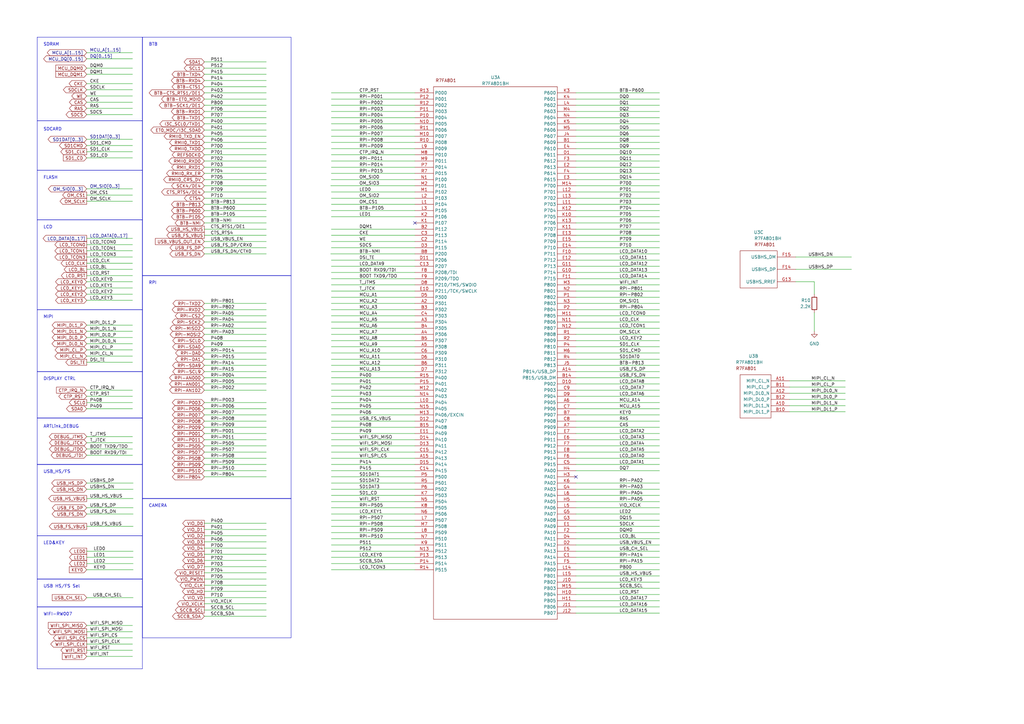
<source format=kicad_sch>
(kicad_sch (version 20230121) (generator eeschema)
  (paper "A3")
  (no_connect (at 170.18 91.44))
  (no_connect (at 236.22 195.58))
  (wire (pts (xy 236.22 66.04) (xy 270.51 66.04)))
  (wire (pts (xy 35.56 77.47) (xy 54.356 77.47)))
  (wire (pts (xy 236.22 223.52) (xy 270.51 223.52)))
  (wire (pts (xy 35.56 62.23) (xy 54.356 62.23)))
  (wire (pts (xy 35.56 210.82) (xy 54.61 210.82)))
  (wire (pts (xy 135.89 60.96) (xy 170.18 60.96)))
  (wire (pts (xy 83.82 147.32) (xy 109.22 147.32)))
  (wire (pts (xy 236.22 50.8) (xy 270.51 50.8)))
  (wire (pts (xy 135.89 88.9) (xy 170.18 88.9)))
  (wire (pts (xy 236.22 241.3) (xy 270.51 241.3)))
  (wire (pts (xy 135.89 185.42) (xy 170.18 185.42)))
  (wire (pts (xy 236.22 200.66) (xy 270.51 200.66)))
  (wire (pts (xy 35.56 57.15) (xy 54.356 57.15)))
  (wire (pts (xy 83.82 242.57) (xy 109.22 242.57)))
  (wire (pts (xy 135.89 215.9) (xy 170.18 215.9)))
  (wire (pts (xy 236.22 147.32) (xy 270.51 147.32)))
  (wire (pts (xy 35.56 133.35) (xy 54.356 133.35)))
  (wire (pts (xy 83.82 217.17) (xy 109.22 217.17)))
  (wire (pts (xy 236.22 149.86) (xy 270.51 149.86)))
  (wire (pts (xy 83.82 142.24) (xy 109.22 142.24)))
  (wire (pts (xy 35.56 39.37) (xy 54.356 39.37)))
  (wire (pts (xy 135.89 170.18) (xy 170.18 170.18)))
  (wire (pts (xy 236.22 236.22) (xy 270.51 236.22)))
  (wire (pts (xy 83.82 129.54) (xy 109.22 129.54)))
  (wire (pts (xy 83.82 187.96) (xy 109.22 187.96)))
  (wire (pts (xy 135.89 213.36) (xy 170.18 213.36)))
  (wire (pts (xy 135.89 132.08) (xy 170.18 132.08)))
  (wire (pts (xy 35.56 59.69) (xy 54.356 59.69)))
  (wire (pts (xy 236.22 129.54) (xy 270.51 129.54)))
  (wire (pts (xy 135.89 124.46) (xy 170.18 124.46)))
  (wire (pts (xy 135.89 99.06) (xy 170.18 99.06)))
  (wire (pts (xy 35.56 100.33) (xy 54.356 100.33)))
  (wire (pts (xy 83.82 43.18) (xy 109.22 43.18)))
  (wire (pts (xy 83.82 170.18) (xy 109.22 170.18)))
  (wire (pts (xy 135.89 200.66) (xy 170.18 200.66)))
  (wire (pts (xy 236.22 226.06) (xy 270.51 226.06)))
  (wire (pts (xy 83.82 144.78) (xy 109.22 144.78)))
  (wire (pts (xy 35.56 269.24) (xy 54.356 269.24)))
  (wire (pts (xy 83.82 99.06) (xy 109.22 99.06)))
  (wire (pts (xy 236.22 139.7) (xy 270.51 139.7)))
  (wire (pts (xy 35.56 115.57) (xy 54.356 115.57)))
  (wire (pts (xy 135.89 68.58) (xy 170.18 68.58)))
  (wire (pts (xy 83.82 25.4) (xy 109.22 25.4)))
  (wire (pts (xy 236.22 213.36) (xy 270.51 213.36)))
  (wire (pts (xy 135.89 142.24) (xy 170.18 142.24)))
  (wire (pts (xy 83.82 127) (xy 109.22 127)))
  (wire (pts (xy 236.22 172.72) (xy 270.51 172.72)))
  (wire (pts (xy 135.89 218.44) (xy 170.18 218.44)))
  (wire (pts (xy 83.82 227.33) (xy 109.22 227.33)))
  (wire (pts (xy 236.22 119.38) (xy 270.51 119.38)))
  (wire (pts (xy 236.22 228.6) (xy 270.51 228.6)))
  (wire (pts (xy 135.89 144.78) (xy 170.18 144.78)))
  (wire (pts (xy 236.22 238.76) (xy 270.51 238.76)))
  (wire (pts (xy 83.82 172.72) (xy 109.22 172.72)))
  (wire (pts (xy 35.56 27.94) (xy 54.356 27.94)))
  (wire (pts (xy 135.89 160.02) (xy 170.18 160.02)))
  (wire (pts (xy 83.82 245.11) (xy 109.22 245.11)))
  (wire (pts (xy 236.22 231.14) (xy 270.51 231.14)))
  (wire (pts (xy 35.56 143.51) (xy 54.356 143.51)))
  (wire (pts (xy 83.82 30.48) (xy 109.22 30.48)))
  (wire (pts (xy 236.22 127) (xy 270.51 127)))
  (wire (pts (xy 135.89 109.22) (xy 170.18 109.22)))
  (wire (pts (xy 35.56 24.13) (xy 54.356 24.13)))
  (wire (pts (xy 346.71 166.37) (xy 323.85 166.37)))
  (wire (pts (xy 135.89 121.92) (xy 170.18 121.92)))
  (wire (pts (xy 346.71 161.29) (xy 323.85 161.29)))
  (wire (pts (xy 83.82 139.7) (xy 109.22 139.7)))
  (wire (pts (xy 35.56 245.11) (xy 54.61 245.11)))
  (wire (pts (xy 35.56 80.01) (xy 54.356 80.01)))
  (wire (pts (xy 236.22 246.38) (xy 270.51 246.38)))
  (wire (pts (xy 135.89 167.64) (xy 170.18 167.64)))
  (wire (pts (xy 83.82 71.12) (xy 109.22 71.12)))
  (wire (pts (xy 135.89 228.6) (xy 170.18 228.6)))
  (wire (pts (xy 35.56 261.62) (xy 54.356 261.62)))
  (wire (pts (xy 83.82 252.73) (xy 109.22 252.73)))
  (wire (pts (xy 236.22 76.2) (xy 270.51 76.2)))
  (wire (pts (xy 135.89 226.06) (xy 170.18 226.06)))
  (wire (pts (xy 135.89 162.56) (xy 170.18 162.56)))
  (wire (pts (xy 35.56 41.91) (xy 54.356 41.91)))
  (wire (pts (xy 135.89 78.74) (xy 170.18 78.74)))
  (wire (pts (xy 35.56 264.16) (xy 54.356 264.16)))
  (wire (pts (xy 35.56 30.48) (xy 54.356 30.48)))
  (wire (pts (xy 236.22 71.12) (xy 270.51 71.12)))
  (wire (pts (xy 236.22 175.26) (xy 270.51 175.26)))
  (wire (pts (xy 35.56 21.59) (xy 54.356 21.59)))
  (wire (pts (xy 236.22 68.58) (xy 270.51 68.58)))
  (wire (pts (xy 346.71 156.21) (xy 323.85 156.21)))
  (wire (pts (xy 236.22 83.82) (xy 270.51 83.82)))
  (wire (pts (xy 83.82 237.49) (xy 109.22 237.49)))
  (wire (pts (xy 334.01 128.27) (xy 334.01 135.89)))
  (wire (pts (xy 83.82 165.1) (xy 109.22 165.1)))
  (wire (pts (xy 236.22 205.74) (xy 270.51 205.74)))
  (wire (pts (xy 135.89 73.66) (xy 170.18 73.66)))
  (wire (pts (xy 135.89 175.26) (xy 170.18 175.26)))
  (wire (pts (xy 83.82 250.19) (xy 109.22 250.19)))
  (wire (pts (xy 35.56 148.59) (xy 54.356 148.59)))
  (wire (pts (xy 35.56 204.47) (xy 54.61 204.47)))
  (wire (pts (xy 83.82 124.46) (xy 109.22 124.46)))
  (wire (pts (xy 135.89 127) (xy 170.18 127)))
  (wire (pts (xy 236.22 170.18) (xy 270.51 170.18)))
  (wire (pts (xy 236.22 132.08) (xy 270.51 132.08)))
  (wire (pts (xy 135.89 193.04) (xy 170.18 193.04)))
  (wire (pts (xy 135.89 114.3) (xy 170.18 114.3)))
  (wire (pts (xy 135.89 71.12) (xy 170.18 71.12)))
  (wire (pts (xy 135.89 220.98) (xy 170.18 220.98)))
  (wire (pts (xy 236.22 101.6) (xy 270.51 101.6)))
  (wire (pts (xy 236.22 185.42) (xy 270.51 185.42)))
  (wire (pts (xy 35.56 259.08) (xy 54.356 259.08)))
  (wire (pts (xy 83.82 177.8) (xy 109.22 177.8)))
  (wire (pts (xy 135.89 157.48) (xy 170.18 157.48)))
  (wire (pts (xy 35.56 256.54) (xy 54.356 256.54)))
  (wire (pts (xy 35.56 82.55) (xy 54.356 82.55)))
  (wire (pts (xy 236.22 81.28) (xy 270.51 81.28)))
  (wire (pts (xy 135.89 187.96) (xy 170.18 187.96)))
  (wire (pts (xy 135.89 45.72) (xy 170.18 45.72)))
  (wire (pts (xy 83.82 157.48) (xy 109.22 157.48)))
  (wire (pts (xy 83.82 152.4) (xy 109.22 152.4)))
  (wire (pts (xy 349.25 110.49) (xy 326.39 110.49)))
  (wire (pts (xy 334.01 115.57) (xy 334.01 120.65)))
  (wire (pts (xy 236.22 78.74) (xy 270.51 78.74)))
  (wire (pts (xy 236.22 121.92) (xy 270.51 121.92)))
  (wire (pts (xy 83.82 96.52) (xy 109.22 96.52)))
  (wire (pts (xy 236.22 137.16) (xy 270.51 137.16)))
  (wire (pts (xy 83.82 58.42) (xy 109.22 58.42)))
  (wire (pts (xy 35.56 46.99) (xy 54.356 46.99)))
  (wire (pts (xy 236.22 99.06) (xy 270.51 99.06)))
  (wire (pts (xy 83.82 73.66) (xy 109.22 73.66)))
  (wire (pts (xy 236.22 55.88) (xy 270.51 55.88)))
  (wire (pts (xy 35.56 34.29) (xy 54.356 34.29)))
  (wire (pts (xy 236.22 91.44) (xy 270.51 91.44)))
  (wire (pts (xy 35.56 138.43) (xy 54.356 138.43)))
  (wire (pts (xy 83.82 53.34) (xy 109.22 53.34)))
  (wire (pts (xy 236.22 111.76) (xy 270.51 111.76)))
  (wire (pts (xy 135.89 147.32) (xy 170.18 147.32)))
  (wire (pts (xy 135.89 223.52) (xy 170.18 223.52)))
  (wire (pts (xy 35.56 266.7) (xy 54.356 266.7)))
  (wire (pts (xy 236.22 193.04) (xy 270.51 193.04)))
  (wire (pts (xy 135.89 203.2) (xy 170.18 203.2)))
  (wire (pts (xy 35.56 160.02) (xy 54.356 160.02)))
  (wire (pts (xy 83.82 193.04) (xy 109.22 193.04)))
  (wire (pts (xy 135.89 66.04) (xy 170.18 66.04)))
  (wire (pts (xy 35.56 146.05) (xy 54.356 146.05)))
  (wire (pts (xy 236.22 218.44) (xy 270.51 218.44)))
  (wire (pts (xy 236.22 109.22) (xy 270.51 109.22)))
  (wire (pts (xy 236.22 182.88) (xy 270.51 182.88)))
  (wire (pts (xy 83.82 160.02) (xy 109.22 160.02)))
  (wire (pts (xy 346.71 163.83) (xy 323.85 163.83)))
  (wire (pts (xy 236.22 180.34) (xy 270.51 180.34)))
  (wire (pts (xy 83.82 214.63) (xy 109.22 214.63)))
  (wire (pts (xy 135.89 81.28) (xy 170.18 81.28)))
  (wire (pts (xy 135.89 233.68) (xy 170.18 233.68)))
  (wire (pts (xy 83.82 247.65) (xy 109.22 247.65)))
  (wire (pts (xy 135.89 154.94) (xy 170.18 154.94)))
  (wire (pts (xy 35.56 118.11) (xy 54.356 118.11)))
  (wire (pts (xy 135.89 116.84) (xy 170.18 116.84)))
  (wire (pts (xy 35.56 181.61) (xy 54.356 181.61)))
  (wire (pts (xy 236.22 198.12) (xy 270.51 198.12)))
  (wire (pts (xy 83.82 190.5) (xy 109.22 190.5)))
  (wire (pts (xy 236.22 208.28) (xy 270.51 208.28)))
  (wire (pts (xy 135.89 129.54) (xy 170.18 129.54)))
  (wire (pts (xy 83.82 78.74) (xy 109.22 78.74)))
  (wire (pts (xy 135.89 86.36) (xy 170.18 86.36)))
  (wire (pts (xy 35.56 186.69) (xy 54.356 186.69)))
  (wire (pts (xy 236.22 134.62) (xy 270.51 134.62)))
  (wire (pts (xy 135.89 43.18) (xy 170.18 43.18)))
  (wire (pts (xy 83.82 149.86) (xy 109.22 149.86)))
  (wire (pts (xy 83.82 45.72) (xy 109.22 45.72)))
  (wire (pts (xy 135.89 53.34) (xy 170.18 53.34)))
  (wire (pts (xy 135.89 139.7) (xy 170.18 139.7)))
  (wire (pts (xy 35.56 233.68) (xy 54.61 233.68)))
  (wire (pts (xy 236.22 152.4) (xy 270.51 152.4)))
  (wire (pts (xy 135.89 55.88) (xy 170.18 55.88)))
  (wire (pts (xy 35.56 102.87) (xy 54.356 102.87)))
  (wire (pts (xy 135.89 58.42) (xy 170.18 58.42)))
  (wire (pts (xy 326.39 115.57) (xy 334.01 115.57)))
  (wire (pts (xy 236.22 58.42) (xy 270.51 58.42)))
  (wire (pts (xy 236.22 165.1) (xy 270.51 165.1)))
  (wire (pts (xy 83.82 35.56) (xy 109.22 35.56)))
  (wire (pts (xy 135.636 104.14) (xy 170.18 104.14)))
  (wire (pts (xy 135.89 231.14) (xy 170.18 231.14)))
  (wire (pts (xy 83.82 63.5) (xy 109.22 63.5)))
  (wire (pts (xy 83.82 91.44) (xy 109.22 91.44)))
  (wire (pts (xy 236.22 190.5) (xy 270.51 190.5)))
  (wire (pts (xy 236.22 210.82) (xy 270.51 210.82)))
  (wire (pts (xy 236.22 88.9) (xy 270.51 88.9)))
  (wire (pts (xy 35.56 44.45) (xy 54.356 44.45)))
  (wire (pts (xy 135.89 198.12) (xy 170.18 198.12)))
  (wire (pts (xy 135.89 93.98) (xy 170.18 93.98)))
  (wire (pts (xy 236.22 203.2) (xy 270.51 203.2)))
  (wire (pts (xy 35.56 64.77) (xy 54.356 64.77)))
  (wire (pts (xy 236.22 114.3) (xy 270.51 114.3)))
  (wire (pts (xy 236.22 43.18) (xy 270.51 43.18)))
  (wire (pts (xy 35.56 228.6) (xy 54.61 228.6)))
  (wire (pts (xy 35.56 140.97) (xy 54.356 140.97)))
  (wire (pts (xy 35.56 167.64) (xy 54.356 167.64)))
  (wire (pts (xy 236.22 40.64) (xy 270.51 40.64)))
  (wire (pts (xy 236.22 160.02) (xy 270.51 160.02)))
  (wire (pts (xy 135.636 76.2) (xy 170.18 76.2)))
  (wire (pts (xy 236.22 106.68) (xy 270.51 106.68)))
  (wire (pts (xy 135.89 111.76) (xy 170.18 111.76)))
  (wire (pts (xy 83.82 175.26) (xy 109.22 175.26)))
  (wire (pts (xy 83.82 185.42) (xy 109.22 185.42)))
  (wire (pts (xy 83.82 68.58) (xy 109.22 68.58)))
  (wire (pts (xy 135.89 134.62) (xy 170.18 134.62)))
  (wire (pts (xy 236.22 177.8) (xy 270.51 177.8)))
  (wire (pts (xy 35.56 198.12) (xy 54.61 198.12)))
  (wire (pts (xy 83.82 229.87) (xy 109.22 229.87)))
  (wire (pts (xy 83.82 219.71) (xy 109.22 219.71)))
  (wire (pts (xy 236.22 248.92) (xy 270.51 248.92)))
  (wire (pts (xy 236.22 45.72) (xy 270.51 45.72)))
  (wire (pts (xy 236.22 86.36) (xy 270.51 86.36)))
  (wire (pts (xy 83.82 232.41) (xy 109.22 232.41)))
  (wire (pts (xy 135.89 182.88) (xy 170.18 182.88)))
  (wire (pts (xy 170.18 180.34) (xy 135.89 180.34)))
  (wire (pts (xy 35.56 107.95) (xy 54.356 107.95)))
  (wire (pts (xy 83.82 180.34) (xy 109.22 180.34)))
  (wire (pts (xy 83.82 154.94) (xy 109.22 154.94)))
  (wire (pts (xy 35.56 113.03) (xy 54.356 113.03)))
  (wire (pts (xy 236.22 142.24) (xy 270.51 142.24)))
  (wire (pts (xy 236.22 157.48) (xy 270.51 157.48)))
  (wire (pts (xy 35.56 135.89) (xy 54.356 135.89)))
  (wire (pts (xy 35.56 226.06) (xy 54.61 226.06)))
  (wire (pts (xy 35.56 200.66) (xy 54.61 200.66)))
  (wire (pts (xy 236.22 73.66) (xy 270.51 73.66)))
  (wire (pts (xy 135.89 208.28) (xy 170.18 208.28)))
  (wire (pts (xy 83.82 167.64) (xy 109.22 167.64)))
  (wire (pts (xy 135.89 137.16) (xy 170.18 137.16)))
  (wire (pts (xy 83.82 101.6) (xy 109.22 101.6)))
  (wire (pts (xy 236.22 220.98) (xy 270.51 220.98)))
  (wire (pts (xy 83.82 55.88) (xy 109.22 55.88)))
  (wire (pts (xy 35.56 97.79) (xy 54.356 97.79)))
  (wire (pts (xy 135.89 195.58) (xy 170.18 195.58)))
  (wire (pts (xy 236.22 60.96) (xy 270.51 60.96)))
  (wire (pts (xy 83.82 104.14) (xy 109.22 104.14)))
  (wire (pts (xy 35.56 231.14) (xy 54.61 231.14)))
  (wire (pts (xy 83.82 224.79) (xy 109.22 224.79)))
  (wire (pts (xy 135.89 165.1) (xy 170.18 165.1)))
  (wire (pts (xy 83.82 240.03) (xy 109.22 240.03)))
  (wire (pts (xy 135.89 106.68) (xy 170.18 106.68)))
  (wire (pts (xy 83.82 182.88) (xy 109.22 182.88)))
  (wire (pts (xy 236.22 48.26) (xy 270.51 48.26)))
  (wire (pts (xy 236.22 124.46) (xy 270.51 124.46)))
  (wire (pts (xy 236.22 144.78) (xy 270.51 144.78)))
  (wire (pts (xy 236.22 187.96) (xy 270.51 187.96)))
  (wire (pts (xy 135.89 119.38) (xy 170.18 119.38)))
  (wire (pts (xy 83.82 66.04) (xy 109.22 66.04)))
  (wire (pts (xy 236.22 93.98) (xy 270.51 93.98)))
  (wire (pts (xy 236.22 38.1) (xy 270.51 38.1)))
  (wire (pts (xy 83.82 137.16) (xy 109.22 137.16)))
  (wire (pts (xy 35.56 184.15) (xy 54.356 184.15)))
  (wire (pts (xy 236.22 104.14) (xy 270.51 104.14)))
  (wire (pts (xy 135.89 172.72) (xy 170.18 172.72)))
  (wire (pts (xy 236.22 233.68) (xy 270.51 233.68)))
  (wire (pts (xy 83.82 88.9) (xy 109.22 88.9)))
  (wire (pts (xy 35.56 162.56) (xy 54.356 162.56)))
  (wire (pts (xy 236.22 116.84) (xy 270.51 116.84)))
  (wire (pts (xy 135.89 63.5) (xy 170.18 63.5)))
  (wire (pts (xy 236.22 53.34) (xy 270.51 53.34)))
  (wire (pts (xy 236.22 251.46) (xy 270.51 251.46)))
  (wire (pts (xy 135.89 40.64) (xy 170.18 40.64)))
  (wire (pts (xy 83.82 60.96) (xy 109.22 60.96)))
  (wire (pts (xy 135.89 101.6) (xy 170.18 101.6)))
  (wire (pts (xy 236.22 162.56) (xy 270.51 162.56)))
  (wire (pts (xy 83.82 132.08) (xy 109.22 132.08)))
  (wire (pts (xy 83.82 195.58) (xy 109.22 195.58)))
  (wire (pts (xy 83.82 27.94) (xy 109.22 27.94)))
  (wire (pts (xy 83.82 83.82) (xy 109.22 83.82)))
  (wire (pts (xy 83.82 234.95) (xy 109.22 234.95)))
  (wire (pts (xy 236.22 154.94) (xy 270.51 154.94)))
  (wire (pts (xy 135.89 210.82) (xy 170.18 210.82)))
  (wire (pts (xy 135.89 177.8) (xy 170.18 177.8)))
  (wire (pts (xy 35.56 165.1) (xy 54.356 165.1)))
  (wire (pts (xy 135.89 50.8) (xy 170.18 50.8)))
  (wire (pts (xy 83.82 222.25) (xy 109.22 222.25)))
  (wire (pts (xy 236.22 96.52) (xy 270.51 96.52)))
  (wire (pts (xy 35.56 208.28) (xy 54.61 208.28)))
  (wire (pts (xy 236.22 167.64) (xy 270.51 167.64)))
  (wire (pts (xy 135.89 152.4) (xy 170.18 152.4)))
  (wire (pts (xy 83.82 81.28) (xy 109.22 81.28)))
  (wire (pts (xy 35.56 120.65) (xy 54.356 120.65)))
  (wire (pts (xy 346.71 168.91) (xy 323.85 168.91)))
  (wire (pts (xy 135.89 38.1) (xy 170.18 38.1)))
  (wire (pts (xy 35.56 110.49) (xy 54.356 110.49)))
  (wire (pts (xy 135.89 149.86) (xy 170.18 149.86)))
  (wire (pts (xy 135.89 83.82) (xy 170.18 83.82)))
  (wire (pts (xy 236.22 215.9) (xy 270.51 215.9)))
  (wire (pts (xy 35.56 123.19) (xy 54.356 123.19)))
  (wire (pts (xy 135.89 190.5) (xy 170.18 190.5)))
  (wire (pts (xy 83.82 93.98) (xy 109.22 93.98)))
  (wire (pts (xy 135.89 205.74) (xy 170.18 205.74)))
  (wire (pts (xy 83.82 76.2) (xy 109.22 76.2)))
  (wire (pts (xy 135.89 96.52) (xy 170.18 96.52)))
  (wire (pts (xy 83.82 48.26) (xy 109.22 48.26)))
  (wire (pts (xy 35.56 215.9) (xy 54.61 215.9)))
  (wire (pts (xy 83.82 134.62) (xy 109.22 134.62)))
  (wire (pts (xy 35.56 105.41) (xy 54.356 105.41)))
  (wire (pts (xy 35.56 36.83) (xy 54.356 36.83)))
  (wire (pts (xy 83.82 86.36) (xy 109.22 86.36)))
  (wire (pts (xy 236.22 243.84) (xy 270.51 243.84)))
  (wire (pts (xy 135.89 48.26) (xy 170.18 48.26)))
  (wire (pts (xy 83.82 38.1) (xy 109.22 38.1)))
  (wire (pts (xy 349.25 105.41) (xy 326.39 105.41)))
  (wire (pts (xy 83.82 50.8) (xy 109.22 50.8)))
  (wire (pts (xy 346.71 158.75) (xy 323.85 158.75)))
  (wire (pts (xy 83.82 40.64) (xy 109.22 40.64)))
  (wire (pts (xy 236.22 63.5) (xy 270.51 63.5)))
  (wire (pts (xy 83.82 33.02) (xy 109.22 33.02)))
  (wire (pts (xy 35.56 179.07) (xy 54.356 179.07)))
  (rectangle (start 15.24 190.5) (end 58.42 219.71))
  (rectangle (start 58.42 15.24) (end 119.38 113.03))
  (rectangle (start 15.24 90.17) (end 58.42 127))
  (rectangle (start 58.42 113.03) (end 119.38 204.47))
  (rectangle (start 15.24 152.4) (end 58.42 171.45))
  (rectangle (start 15.24 127) (end 58.42 152.4))
  (rectangle (start 15.24 219.71) (end 58.42 237.49))
  (rectangle (start 58.42 204.47) (end 119.38 261.62))
  (rectangle (start 15.24 248.92) (end 58.42 274.32))
  (rectangle (start 15.24 49.53) (end 58.42 69.85))
  (rectangle (start 15.24 15.24) (end 58.42 49.53))
  (rectangle (start 15.24 69.85) (end 58.42 90.17))
  (rectangle (start 15.24 237.49) (end 58.42 248.92))
  (rectangle (start 15.24 171.45) (end 58.42 190.5))
  (text "LCD" (at 17.78 93.98 0) (effects (font (size 1.27 1.27)) (justify left bottom)))
  (text "CAMERA" (at 60.96 208.28 0) (effects (font (size 1.27 1.27)) (justify left bottom)))
  (text "ARTLink_DEBUG\n\n" (at 17.78 177.8 0) (effects (font (size 1.27 1.27)) (justify left bottom)))
  (text "WIFI-RW007\n" (at 17.78 252.73 0) (effects (font (size 1.27 1.27)) (justify left bottom)))
  (text "LED&KEY" (at 17.78 223.52 0) (effects (font (size 1.27 1.27)) (justify left bottom)))
  (text "FLASH" (at 17.78 73.66 0) (effects (font (size 1.27 1.27)) (justify left bottom)))
  (text "RPI" (at 60.96 116.84 0) (effects (font (size 1.27 1.27)) (justify left bottom)))
  (text "MIPI\n" (at 17.78 130.81 0) (effects (font (size 1.27 1.27)) (justify left bottom)))
  (text "BTB" (at 60.96 19.05 0) (effects (font (size 1.27 1.27)) (justify left bottom)))
  (text "DISPLAY CTRL" (at 17.78 156.21 0) (effects (font (size 1.27 1.27)) (justify left bottom)))
  (text "USB_HS/FS" (at 17.78 194.31 0) (effects (font (size 1.27 1.27)) (justify left bottom)))
  (text "SDCARD\n\n" (at 17.78 55.88 0) (effects (font (size 1.27 1.27)) (justify left bottom)))
  (text "SDRAM" (at 17.78 19.05 0) (effects (font (size 1.27 1.27)) (justify left bottom)))
  (text "USB HS/FS Sel" (at 17.78 241.3 0) (effects (font (size 1.27 1.27)) (justify left bottom)))
  (label "P408" (at 147.32 175.26 0))
  (label "RPI-P007" (at 86.36 170.18 0))
  (label "P710" (at 254 101.6 0))
  (label "P700" (at 86.36 60.96 0))
  (label "P703" (at 86.36 232.41 0))
  (label "RPI-P509" (at 147.32 218.44 0))
  (label "SD1_CLK" (at 254 142.24 0))
  (label "WIFI_INT" (at 254 116.84 0))
  (label "P709" (at 254 99.06 0))
  (label "LCD_RST" (at 36.83 113.03 0))
  (label "LCD_BL" (at 254 220.98 0))
  (label "P400" (at 86.36 50.8 0))
  (label "DQ9" (at 254 60.96 0))
  (label "MIPI_CL_N" (at 36.83 146.05 0))
  (label "DQM0" (at 36.83 27.94 0))
  (label "DQ15" (at 254 213.36 0))
  (label "RPI-P003" (at 147.32 45.72 0))
  (label "CTS_RTS4" (at 86.36 96.52 0))
  (label "LCD_DATA7" (at 254 160.02 0))
  (label "CTP_IRQ_N" (at 147.32 63.5 0))
  (label "RPI-P002" (at 147.32 43.18 0))
  (label "LCD_DATA[0..17]" (at 36.83 97.79 0))
  (label "P409" (at 86.36 142.24 0))
  (label "RPI-P014" (at 147.32 68.58 0))
  (label "SD1_CD" (at 36.83 64.77 0))
  (label "P708" (at 254 96.52 0))
  (label "RPI-PA02" (at 254 198.12 0))
  (label "LCD_DATA11" (at 254 106.68 0))
  (label "LED2" (at 38.354 231.14 0))
  (label "P702" (at 86.36 66.04 0))
  (label "DQM1" (at 36.83 30.48 0))
  (label "LCD_DATA4" (at 254 182.88 0))
  (label "MIPI_DL0_P" (at 332.74 163.83 0))
  (label "SD1DAT1" (at 147.32 195.58 0))
  (label "USB_FS_VBUS" (at 36.83 215.9 0))
  (label "DQ3" (at 254 48.26 0))
  (label "RPI-P001" (at 147.32 40.64 0))
  (label "SDCS" (at 147.32 101.6 0))
  (label "P401" (at 86.36 217.17 0))
  (label "DQ1" (at 254 43.18 0))
  (label "P512" (at 147.32 226.06 0))
  (label "KEY0" (at 254 170.18 0))
  (label "RPI-P008" (at 147.32 58.42 0))
  (label "LCD_TCON3" (at 147.32 233.68 0))
  (label "OM_SIO[0..3]" (at 36.83 77.47 0))
  (label "OM_SCLK" (at 36.83 82.55 0))
  (label "WIFI_RST" (at 36.83 266.7 0))
  (label "P402" (at 147.32 160.02 0))
  (label "DQ14" (at 254 73.66 0))
  (label "SDCLK" (at 36.83 36.83 0))
  (label "SCCB_SCL" (at 254 241.3 0))
  (label "USB_VBUS_EN" (at 86.36 99.06 0))
  (label "OM_SIO0" (at 147.32 73.66 0))
  (label "LCD_KEY2" (at 254 139.7 0))
  (label "CAS" (at 36.83 41.91 0))
  (label "LCD_TCON1" (at 254 134.62 0))
  (label "RAS" (at 36.83 44.45 0))
  (label "LCD_DATA13" (at 254 111.76 0))
  (label "DQ7" (at 254 193.04 0))
  (label "WIFI_SPI_CLK" (at 36.83 264.16 0))
  (label "DQ4" (at 254 50.8 0))
  (label "P404" (at 86.36 35.56 0))
  (label "P405" (at 86.36 55.88 0))
  (label "DQ12" (at 254 68.58 0))
  (label "RPI-P507" (at 147.32 213.36 0))
  (label "LCD_KEY0" (at 36.83 115.57 0))
  (label "P415" (at 147.32 193.04 0))
  (label "WIFI_RST" (at 147.32 205.74 0))
  (label "P701" (at 86.36 63.5 0))
  (label "RPI-P003" (at 86.36 165.1 0))
  (label "OM_CS1" (at 36.83 80.01 0))
  (label "MCU_A6" (at 147.32 134.62 0))
  (label "USB_HS_VBUS" (at 36.83 204.47 0))
  (label "LED0" (at 147.32 78.74 0))
  (label "LCD_KEY1" (at 147.32 210.82 0))
  (label "KEY0" (at 38.354 233.68 0))
  (label "P401" (at 86.36 53.34 0))
  (label "LCD_DATA5" (at 254 185.42 0))
  (label "USB_FS_DP" (at 254 152.4 0))
  (label "DSI_TE" (at 36.83 148.59 0))
  (label "SDCS" (at 36.83 46.99 0))
  (label "P704" (at 254 86.36 0))
  (label "RPI-PA05" (at 86.36 129.54 0))
  (label "BTB-P600" (at 254 38.1 0))
  (label "OM_SIO3" (at 147.32 76.2 0))
  (label "MIPI_DL1_N" (at 332.74 166.37 0))
  (label "LCD_KEY3" (at 36.83 123.19 0))
  (label "MIPI_DL0_N" (at 36.83 140.97 0))
  (label "RPI-P002" (at 86.36 160.02 0))
  (label "MIPI_DL1_P" (at 36.83 133.35 0))
  (label "LED0" (at 38.354 226.06 0))
  (label "MCU_A7" (at 147.32 137.16 0))
  (label "MCU_A1" (at 147.32 121.92 0))
  (label "MCU_A15" (at 254 167.64 0))
  (label "LCD_DATA9" (at 147.32 109.22 0))
  (label "P708" (at 86.36 240.03 0))
  (label "LCD_TCON1" (at 36.83 102.87 0))
  (label "RPI-P001" (at 86.36 177.8 0))
  (label "USB_FS_VBUS" (at 147.32 172.72 0))
  (label "LCD_RST" (at 254 243.84 0))
  (label "USB_CH_SEL" (at 38.1 245.11 0))
  (label "LCD_DATA0" (at 254 187.96 0))
  (label "P707" (at 254 93.98 0))
  (label "OM_SIO2" (at 147.32 81.28 0))
  (label "LCD_DATA10" (at 254 104.14 0))
  (label "RPI-P009" (at 86.36 175.26 0))
  (label "BOOT RXD9{slash}TDI" (at 147.32 111.76 0))
  (label "SD1DAT0" (at 254 147.32 0))
  (label "USB_FS_DP" (at 36.83 208.28 0))
  (label "BTB-P105" (at 147.32 86.36 0))
  (label "BOOT TXD9{slash}TDO" (at 36.83 184.15 0))
  (label "RPI-P005" (at 86.36 157.48 0))
  (label "PB00" (at 86.36 43.18 0))
  (label "DQ8" (at 254 58.42 0))
  (label "USBHS_DN" (at 36.83 200.66 0))
  (label "MCU_A11" (at 147.32 147.32 0))
  (label "RPI-PA14" (at 254 228.6 0))
  (label "P703" (at 86.36 68.58 0))
  (label "P401" (at 147.32 157.48 0))
  (label "P512" (at 86.36 27.94 0))
  (label "BOOT RXD9{slash}TDI" (at 36.83 186.69 0))
  (label "LCD_TCON3" (at 36.83 105.41 0))
  (label "MCU_A14" (at 254 165.1 0))
  (label "P704" (at 86.36 234.95 0))
  (label "P707" (at 86.36 48.26 0))
  (label "BTB-P600" (at 86.36 86.36 0))
  (label "WIFI_SPI_MOSI" (at 36.83 259.08 0))
  (label "LCD_DATA2" (at 254 177.8 0))
  (label "CTS_RTS1{slash}DE1" (at 86.36 93.98 0))
  (label "DQ11" (at 254 66.04 0))
  (label "RPI-P801" (at 86.36 124.46 0))
  (label "SD1_CMD" (at 254 144.78 0))
  (label "WE" (at 36.83 39.37 0))
  (label "DSI_TE" (at 147.32 106.68 0))
  (label "LCD_BL" (at 36.83 110.49 0))
  (label "WIFI_SPI_MOSI" (at 147.32 182.88 0))
  (label "WIFI_INT" (at 36.83 269.24 0))
  (label "RPI-P011" (at 86.36 180.34 0))
  (label "P408" (at 36.83 165.1 0))
  (label "RPI-P008" (at 86.36 172.72 0))
  (label "P702" (at 86.36 229.87 0))
  (label "LCD_DATA12" (at 254 109.22 0))
  (label "CKE" (at 147.32 96.52 0))
  (label "RPI-PA15" (at 254 231.14 0))
  (label "LCD_DATA14" (at 254 114.3 0))
  (label "MCU_A[1..15]" (at 36.83 21.59 0))
  (label "LCD_DATA3" (at 254 180.34 0))
  (label "MCU_A4" (at 147.32 129.54 0))
  (label "P400" (at 86.36 214.63 0))
  (label "RPI-PA03" (at 86.36 137.16 0))
  (label "BOOT TXD9{slash}TDO" (at 147.32 114.3 0))
  (label "RPI-P014" (at 86.36 144.78 0))
  (label "LCD_DATA15" (at 254 251.46 0))
  (label "MCU_A5" (at 147.32 132.08 0))
  (label "P409" (at 36.83 167.64 0))
  (label "P705" (at 86.36 73.66 0))
  (label "P709" (at 86.36 78.74 0))
  (label "WIFI_SPI_MISO" (at 147.32 180.34 0))
  (label "MIPI_DL0_N" (at 332.74 161.29 0))
  (label "RPI-PA04" (at 86.36 132.08 0))
  (label "DQ10" (at 254 63.5 0))
  (label "WE" (at 147.32 99.06 0))
  (label "P706" (at 86.36 45.72 0))
  (label "LCD_TCON0" (at 36.83 100.33 0))
  (label "MIPI_CL_P" (at 332.74 158.75 0))
  (label "P404" (at 147.32 165.1 0))
  (label "CTP_IRQ_N" (at 36.83 160.02 0))
  (label "LCD_KEY3" (at 254 238.76 0))
  (label "P406" (at 86.36 58.42 0))
  (label "P703" (at 254 83.82 0))
  (label "RPI-PA02" (at 86.36 134.62 0))
  (label "RPI-P015" (at 147.32 71.12 0))
  (label "RAS" (at 254 172.72 0))
  (label "OM_SIO1" (at 254 124.46 0))
  (label "LCD_DATA8" (at 254 157.48 0))
  (label "P511" (at 147.32 223.52 0))
  (label "MCU_A3" (at 147.32 127 0))
  (label "RPI-PA04" (at 254 203.2 0))
  (label "DQ13" (at 254 71.12 0))
  (label "P710" (at 86.36 81.28 0))
  (label "WIFI_SPI_CS" (at 36.83 261.62 0))
  (label "RPI-P510" (at 86.36 193.04 0))
  (label "RPI-P509" (at 86.36 190.5 0))
  (label "LED1" (at 38.354 228.6 0))
  (label "SCCB_SDA" (at 147.32 231.14 0))
  (label "MCU_A12" (at 147.32 149.86 0))
  (label "USBHS_DP" (at 36.83 198.12 0))
  (label "RPI-P802" (at 86.36 127 0))
  (label "DQ[0..15]" (at 36.83 24.13 0))
  (label "MIPI_CL_N" (at 332.74 156.21 0))
  (label "P706" (at 254 91.44 0))
  (label "CTP_RST" (at 147.32 38.1 0))
  (label "RPI-PA15" (at 86.36 152.4 0))
  (label "RPI-P006" (at 147.32 53.34 0))
  (label "DQM1" (at 147.32 93.98 0))
  (label "MIPI_DL0_P" (at 36.83 138.43 0))
  (label "MCU_A9" (at 147.32 142.24 0))
  (label "RPI-P505" (at 147.32 208.28 0))
  (label "RPI-P009" (at 147.32 60.96 0))
  (label "MIPI_CL_P" (at 36.83 143.51 0))
  (label "RPI-P801" (at 254 119.38 0))
  (label "LCD_KEY0" (at 147.32 228.6 0))
  (label "P406" (at 86.36 222.25 0))
  (label "LED2" (at 254 210.82 0))
  (label "CTP_RST" (at 36.83 162.56 0))
  (label "RPI-P006" (at 86.36 167.64 0))
  (label "P708" (at 86.36 76.2 0))
  (label "RPI-P507" (at 86.36 185.42 0))
  (label "RPI-P508" (at 147.32 215.9 0))
  (label "RPI-P015" (at 86.36 147.32 0))
  (label "P701" (at 86.36 227.33 0))
  (label "RPI-P011" (at 147.32 66.04 0))
  (label "DQM0" (at 254 218.44 0))
  (label "P403" (at 86.36 38.1 0))
  (label "BTB-NMI" (at 86.36 91.44 0))
  (label "CKE" (at 36.83 34.29 0))
  (label "LCD_DATA6" (at 254 162.56 0))
  (label "P511" (at 86.36 25.4 0))
  (label "P700" (at 254 76.2 0))
  (label "P705" (at 86.36 237.49 0))
  (label "P415" (at 86.36 30.48 0))
  (label "P702" (at 254 81.28 0))
  (label "P705" (at 254 88.9 0))
  (label "MIPI_DL1_P" (at 332.74 168.91 0))
  (label "WIFI_SPI_CLK" (at 147.32 185.42 0))
  (label "P710" (at 86.36 245.11 0))
  (label "SCCB_SCL" (at 86.36 250.19 0))
  (label "T_JTMS" (at 147.32 116.84 0))
  (label "LCD_KEY1" (at 36.83 118.11 0))
  (label "MCU_A13" (at 147.32 152.4 0))
  (label "VIO_XCLK" (at 254 208.28 0))
  (label "P408" (at 86.36 139.7 0))
  (label "SD1_CLK" (at 36.83 62.23 0))
  (label "USB_FS_DP{slash}CRX0" (at 86.36 101.6 0))
  (label "OM_SCLK" (at 254 137.16 0))
  (label "P403" (at 147.32 162.56 0))
  (label "USB_FS_DN" (at 254 154.94 0))
  (label "RPI-PA03" (at 254 200.66 0))
  (label "USBHS_DP" (at 341.63 110.49 180))
  (label "DQ2" (at 254 45.72 0))
  (label "SD1DAT[0..3]" (at 36.83 57.15 0))
  (label "P700" (at 86.36 224.79 0))
  (label "MIPI_DL1_N" (at 36.83 135.89 0))
  (label "P709" (at 86.36 242.57 0))
  (label "P414" (at 147.32 190.5 0))
  (label "RPI-PA14" (at 86.36 149.86 0))
  (label "P405" (at 86.36 219.71 0))
  (label "LCD_DATA1" (at 254 190.5 0))
  (label "PB00" (at 254 233.68 0))
  (label "P402" (at 86.36 40.64 0))
  (label "LED1" (at 147.32 88.9 0))
  (label "LCD_TCON0" (at 254 129.54 0))
  (label "BTB-P813" (at 254 149.86 0))
  (label "P405" (at 147.32 167.64 0))
  (label "USB_VBUS_EN" (at 254 223.52 0))
  (label "DQ5" (at 254 53.34 0))
  (label "T_JTCK" (at 36.83 181.61 0))
  (label "BTB-P813" (at 86.36 83.82 0))
  (label "SD1_CMD" (at 36.83 59.69 0))
  (label "USB_FS_DN" (at 36.83 210.82 0))
  (label "LCD_KEY2" (at 36.83 120.65 0))
  (label "SCCB_SDA" (at 86.36 252.73 0))
  (label "RPI-P804" (at 254 127 0))
  (label "MCU_A10" (at 147.32 144.78 0))
  (label "MCU_A8" (at 147.32 139.7 0))
  (label "RPI-P004" (at 147.32 48.26 0))
  (label "CAS" (at 254 175.26 0))
  (label "P414" (at 86.36 33.02 0))
  (label "RPI-P508" (at 86.36 187.96 0))
  (label "SDCLK" (at 254 215.9 0))
  (label "MCU_A2" (at 147.32 124.46 0))
  (label "T_JTCK" (at 147.32 119.38 0))
  (label "USB_FS_DN{slash}CTX0" (at 86.36 104.14 0))
  (label "BTB-NMI" (at 147.32 104.14 0))
  (label "RPI-P802" (at 254 121.92 0))
  (label "RPI-P005" (at 147.32 50.8 0))
  (label "RPI-P505" (at 86.36 182.88 0))
  (label "RPI-P004" (at 86.36 154.94 0))
  (label "LCD_DATA16" (at 254 248.92 0))
  (label "RPI-P510" (at 147.32 220.98 0))
  (label "P409" (at 147.32 177.8 0))
  (label "LCD_CLK" (at 36.83 107.95 0))
  (label "SD1DAT2" (at 147.32 198.12 0))
  (label "RPI-PA05" (at 254 205.74 0))
  (label "WIFI_SPI_CS" (at 147.32 187.96 0))
  (label "SD1DAT3" (at 147.32 200.66 0))
  (label "WIFI_SPI_MISO" (at 36.83 256.54 0))
  (label "SD1_CD" (at 147.32 203.2 0))
  (label "USBHS_DN" (at 341.63 105.41 180))
  (label "T_JTMS" (at 36.83 179.07 0))
  (label "P406" (at 147.32 170.18 0))
  (label "LCD_CLK" (at 254 132.08 0))
  (label "BTB-P105" (at 86.36 88.9 0))
  (label "P701" (at 254 78.74 0))
  (label "RPI-P804" (at 86.36 195.58 0))
  (label "USB_CH_SEL" (at 254 226.06 0))
  (label "OM_CS1" (at 147.32 83.82 0))
  (label "LCD_DATA17" (at 254 246.38 0))
  (label "DQ0" (at 254 40.64 0))
  (label "RPI-P007" (at 147.32 55.88 0))
  (label "USB_HS_VBUS" (at 254 236.22 0))
  (label "VIO_XCLK" (at 86.36 247.65 0))
  (label "P704" (at 86.36 71.12 0))
  (label "DQ6" (at 254 55.88 0))
  (label "P400" (at 147.32 154.94 0))
  (global_label "SCK4{slash}DE4" (shape bidirectional) (at 83.82 76.2 180) (property "Intersheetrefs" "${INTERSHEET_REFS}" (effects hide)))
  (global_label "SD1DAT[0..3]" (shape bidirectional) (at 35.56 57.15 180) (property "Intersheetrefs" "${INTERSHEET_REFS}" (effects hide)))
  (global_label "CTS_RTS4{slash}DE4" (shape bidirectional) (at 83.82 78.74 180) (property "Intersheetrefs" "${INTERSHEET_REFS}" (effects hide)))
  (global_label "VIO_D3" (shape output) (at 83.82 222.25 180) (property "Intersheetrefs" "${INTERSHEET_REFS}" (effects hide)))
  (global_label "LCD_DATA[0..17]" (shape output) (at 35.56 97.79 180) (property "Intersheetrefs" "${INTERSHEET_REFS}" (effects hide)))
  (global_label "RMII0_RXD0" (shape bidirectional) (at 83.82 66.04 180) (property "Intersheetrefs" "${INTERSHEET_REFS}" (effects hide)))
  (global_label "WIFI_RST" (shape output) (at 35.56 266.7 180) (property "Intersheetrefs" "${INTERSHEET_REFS}" (effects hide)))
  (global_label "LCD_CLK" (shape output) (at 35.56 107.95 180) (property "Intersheetrefs" "${INTERSHEET_REFS}" (effects hide)))
  (global_label "RPI-AN102" (shape bidirectional) (at 83.82 160.02 180) (property "Intersheetrefs" "${INTERSHEET_REFS}" (effects hide)))
  (global_label "RPI-MISO2" (shape bidirectional) (at 83.82 134.62 180) (property "Intersheetrefs" "${INTERSHEET_REFS}" (effects hide)))
  (global_label "LCD_RST" (shape output) (at 35.56 113.03 180) (property "Intersheetrefs" "${INTERSHEET_REFS}" (effects hide)))
  (global_label "DEBUG_JTDO" (shape bidirectional) (at 35.56 184.15 180) (property "Intersheetrefs" "${INTERSHEET_REFS}" (effects hide)))
  (global_label "RPI-P804" (shape bidirectional) (at 83.82 195.58 180) (property "Intersheetrefs" "${INTERSHEET_REFS}" (effects hide)))
  (global_label "RPI-SDA0" (shape bidirectional) (at 83.82 142.24 180) (property "Intersheetrefs" "${INTERSHEET_REFS}" (effects hide)))
  (global_label "CTP_RST" (shape bidirectional) (at 35.56 162.56 180) (property "Intersheetrefs" "${INTERSHEET_REFS}" (effects hide)))
  (global_label "USB_FS_DN" (shape bidirectional) (at 35.56 210.82 180) (property "Intersheetrefs" "${INTERSHEET_REFS}" (effects hide)))
  (global_label "RPI-P011" (shape bidirectional) (at 83.82 180.34 180) (property "Intersheetrefs" "${INTERSHEET_REFS}" (effects hide)))
  (global_label "BTB-RXD4" (shape bidirectional) (at 83.82 33.02 180) (property "Intersheetrefs" "${INTERSHEET_REFS}" (effects hide)))
  (global_label "BTB-P813" (shape bidirectional) (at 83.82 83.82 180) (property "Intersheetrefs" "${INTERSHEET_REFS}" (effects hide)))
  (global_label "RPI-P006" (shape bidirectional) (at 83.82 167.64 180) (property "Intersheetrefs" "${INTERSHEET_REFS}" (effects hide)))
  (global_label "RMII_RXD1" (shape bidirectional) (at 83.82 68.58 180) (property "Intersheetrefs" "${INTERSHEET_REFS}" (effects hide)))
  (global_label "RMII0_TXD1" (shape bidirectional) (at 83.82 58.42 180) (property "Intersheetrefs" "${INTERSHEET_REFS}" (effects hide)))
  (global_label "CAS" (shape bidirectional) (at 35.56 41.91 180) (property "Intersheetrefs" "${INTERSHEET_REFS}" (effects hide)))
  (global_label "WIFI_SPI_MOSI" (shape output) (at 35.56 259.08 180) (property "Intersheetrefs" "${INTERSHEET_REFS}" (effects hide)))
  (global_label "BTB-P600" (shape bidirectional) (at 83.82 86.36 180) (property "Intersheetrefs" "${INTERSHEET_REFS}" (effects hide)))
  (global_label "RPI-P001" (shape bidirectional) (at 83.82 177.8 180) (property "Intersheetrefs" "${INTERSHEET_REFS}" (effects hide)))
  (global_label "RPI-P008" (shape bidirectional) (at 83.82 172.72 180) (property "Intersheetrefs" "${INTERSHEET_REFS}" (effects hide)))
  (global_label "SCL0" (shape output) (at 35.56 165.1 180) (property "Intersheetrefs" "${INTERSHEET_REFS}" (effects hide)))
  (global_label "OM_SIO[0..3]" (shape bidirectional) (at 35.56 77.47 180) (property "Intersheetrefs" "${INTERSHEET_REFS}" (effects hide)))
  (global_label "RPI-AN001" (shape bidirectional) (at 83.82 157.48 180) (property "Intersheetrefs" "${INTERSHEET_REFS}" (effects hide)))
  (global_label "VIO_D1" (shape output) (at 83.82 217.17 180) (property "Intersheetrefs" "${INTERSHEET_REFS}" (effects hide)))
  (global_label "VIO_HD" (shape output) (at 83.82 242.57 180) (property "Intersheetrefs" "${INTERSHEET_REFS}" (effects hide)))
  (global_label "VIO_D0" (shape output) (at 83.82 214.63 180) (property "Intersheetrefs" "${INTERSHEET_REFS}" (effects hide)))
  (global_label "WIFI_SPI_MISO" (shape input) (at 35.56 256.54 180) (property "Intersheetrefs" "${INTERSHEET_REFS}" (effects hide)))
  (global_label "USB_FS_DN" (shape bidirectional) (at 83.82 104.14 180) (property "Intersheetrefs" "${INTERSHEET_REFS}" (effects hide)))
  (global_label "RPI-CS2" (shape bidirectional) (at 83.82 129.54 180) (property "Intersheetrefs" "${INTERSHEET_REFS}" (effects hide)))
  (global_label "USB_FS_VBUS" (shape output) (at 83.82 96.52 180) (property "Intersheetrefs" "${INTERSHEET_REFS}" (effects hide)))
  (global_label "RPI-DA1" (shape bidirectional) (at 83.82 147.32 180) (property "Intersheetrefs" "${INTERSHEET_REFS}" (effects hide)))
  (global_label "RAS" (shape bidirectional) (at 35.56 44.45 180) (property "Intersheetrefs" "${INTERSHEET_REFS}" (effects hide)))
  (global_label "RPI-P003" (shape bidirectional) (at 83.82 165.1 180) (property "Intersheetrefs" "${INTERSHEET_REFS}" (effects hide)))
  (global_label "LED2" (shape output) (at 35.56 231.14 180) (property "Intersheetrefs" "${INTERSHEET_REFS}" (effects hide)))
  (global_label "VIO_D2" (shape output) (at 83.82 219.71 180) (property "Intersheetrefs" "${INTERSHEET_REFS}" (effects hide)))
  (global_label "VIO_RESET" (shape output) (at 83.82 234.95 180) (property "Intersheetrefs" "${INTERSHEET_REFS}" (effects hide)))
  (global_label "USB_FS_DP" (shape bidirectional) (at 83.82 101.6 180) (property "Intersheetrefs" "${INTERSHEET_REFS}" (effects hide)))
  (global_label "RPI-TXD2" (shape bidirectional) (at 83.82 124.46 180) (property "Intersheetrefs" "${INTERSHEET_REFS}" (effects hide)))
  (global_label "CKE" (shape bidirectional) (at 35.56 34.29 180) (property "Intersheetrefs" "${INTERSHEET_REFS}" (effects hide)))
  (global_label "VIO_PWDN" (shape output) (at 83.82 237.49 180) (property "Intersheetrefs" "${INTERSHEET_REFS}" (effects hide)))
  (global_label "USB_VBUS_OUT_EN" (shape input) (at 83.82 99.06 180) (property "Intersheetrefs" "${INTERSHEET_REFS}" (effects hide)))
  (global_label "SCCB_SCL" (shape output) (at 83.82 250.19 180) (property "Intersheetrefs" "${INTERSHEET_REFS}" (effects hide)))
  (global_label "WIFI_INT" (shape input) (at 35.56 269.24 180) (property "Intersheetrefs" "${INTERSHEET_REFS}" (effects hide)))
  (global_label "REF50CK0" (shape bidirectional) (at 83.82 63.5 180) (property "Intersheetrefs" "${INTERSHEET_REFS}" (effects hide)))
  (global_label "RPI-SCL0" (shape bidirectional) (at 83.82 139.7 180) (property "Intersheetrefs" "${INTERSHEET_REFS}" (effects hide)))
  (global_label "SD1_CD" (shape input) (at 35.56 64.77 180) (property "Intersheetrefs" "${INTERSHEET_REFS}" (effects hide)))
  (global_label "RPI-RXD2" (shape bidirectional) (at 83.82 127 180) (property "Intersheetrefs" "${INTERSHEET_REFS}" (effects hide)))
  (global_label "SDA0" (shape bidirectional) (at 35.56 167.64 180) (property "Intersheetrefs" "${INTERSHEET_REFS}" (effects hide)))
  (global_label "MCU_DQM0" (shape input) (at 35.56 27.94 180) (property "Intersheetrefs" "${INTERSHEET_REFS}" (effects hide)))
  (global_label "WIFI_SPI_CS" (shape output) (at 35.56 261.62 180) (property "Intersheetrefs" "${INTERSHEET_REFS}" (effects hide)))
  (global_label "MIPI_CL_P" (shape bidirectional) (at 35.56 143.51 180) (property "Intersheetrefs" "${INTERSHEET_REFS}" (effects hide)))
  (global_label "USB_HS_DP" (shape bidirectional) (at 35.56 198.12 180) (property "Intersheetrefs" "${INTERSHEET_REFS}" (effects hide)))
  (global_label "MIPI_CL_N" (shape bidirectional) (at 35.56 146.05 180) (property "Intersheetrefs" "${INTERSHEET_REFS}" (effects hide)))
  (global_label "RPI-SDA9" (shape bidirectional) (at 83.82 149.86 180) (property "Intersheetrefs" "${INTERSHEET_REFS}" (effects hide)))
  (global_label "RPI-P009" (shape bidirectional) (at 83.82 175.26 180) (property "Intersheetrefs" "${INTERSHEET_REFS}" (effects hide)))
  (global_label "VIO_CLK" (shape output) (at 83.82 240.03 180) (property "Intersheetrefs" "${INTERSHEET_REFS}" (effects hide)))
  (global_label "VIO_D6" (shape output) (at 83.82 229.87 180) (property "Intersheetrefs" "${INTERSHEET_REFS}" (effects hide)))
  (global_label "RPI-P509" (shape bidirectional) (at 83.82 190.5 180) (property "Intersheetrefs" "${INTERSHEET_REFS}" (effects hide)))
  (global_label "LCD_TCON0" (shape output) (at 35.56 100.33 180) (property "Intersheetrefs" "${INTERSHEET_REFS}" (effects hide)))
  (global_label "BTB-ET0_MDIO" (shape bidirectional) (at 83.82 40.64 180) (property "Intersheetrefs" "${INTERSHEET_REFS}" (effects hide)))
  (global_label "RPI-AN000" (shape bidirectional) (at 83.82 154.94 180) (property "Intersheetrefs" "${INTERSHEET_REFS}" (effects hide)))
  (global_label "KEY0" (shape input) (at 35.56 233.68 180) (property "Intersheetrefs" "${INTERSHEET_REFS}" (effects hide)))
  (global_label "BTB-TXD1" (shape bidirectional) (at 83.82 48.26 180) (property "Intersheetrefs" "${INTERSHEET_REFS}" (effects hide)))
  (global_label "SCCB_SDA" (shape bidirectional) (at 83.82 252.73 180) (property "Intersheetrefs" "${INTERSHEET_REFS}" (effects hide)))
  (global_label "MCU_DQ[0..15]" (shape bidirectional) (at 35.56 24.13 180) (property "Intersheetrefs" "${INTERSHEET_REFS}" (effects hide)))
  (global_label "SD1CMD" (shape bidirectional) (at 35.56 59.69 180) (property "Intersheetrefs" "${INTERSHEET_REFS}" (effects hide)))
  (global_label "DEBUG_JTDI" (shape bidirectional) (at 35.56 186.69 180) (property "Intersheetrefs" "${INTERSHEET_REFS}" (effects hide)))
  (global_label "USB_HS_VBUS" (shape output) (at 35.56 204.47 180) (property "Intersheetrefs" "${INTERSHEET_REFS}" (effects hide)))
  (global_label "RPI-P510" (shape bidirectional) (at 83.82 193.04 180) (property "Intersheetrefs" "${INTERSHEET_REFS}" (effects hide)))
  (global_label "RPI-DA0" (shape bidirectional) (at 83.82 144.78 180) (property "Intersheetrefs" "${INTERSHEET_REFS}" (effects hide)))
  (global_label "LCD_KEY2" (shape bidirectional) (at 35.56 120.65 180) (property "Intersheetrefs" "${INTERSHEET_REFS}" (effects hide)))
  (global_label "RMII0_CRS_DV" (shape bidirectional) (at 83.82 73.66 180) (property "Intersheetrefs" "${INTERSHEET_REFS}" (effects hide)))
  (global_label "RMII0_TXD0" (shape bidirectional) (at 83.82 60.96 180) (property "Intersheetrefs" "${INTERSHEET_REFS}" (effects hide)))
  (global_label "CTS4" (shape bidirectional) (at 83.82 81.28 180) (property "Intersheetrefs" "${INTERSHEET_REFS}" (effects hide)))
  (global_label "ET0_MDC{slash}I3C_SDA0" (shape bidirectional) (at 83.82 53.34 180) (property "Intersheetrefs" "${INTERSHEET_REFS}" (effects hide)))
  (global_label "USB_HS_VBUS" (shape output) (at 83.82 93.98 180) (property "Intersheetrefs" "${INTERSHEET_REFS}" (effects hide)))
  (global_label "RMII0_RX_ER" (shape bidirectional) (at 83.82 71.12 180) (property "Intersheetrefs" "${INTERSHEET_REFS}" (effects hide)))
  (global_label "USB_FS_DP" (shape bidirectional) (at 35.56 208.28 180) (property "Intersheetrefs" "${INTERSHEET_REFS}" (effects hide)))
  (global_label "RMII0_TXD_EN" (shape bidirectional) (at 83.82 55.88 180) (property "Intersheetrefs" "${INTERSHEET_REFS}" (effects hide)))
  (global_label "MIPI_DL1_N" (shape bidirectional) (at 35.56 135.89 180) (property "Intersheetrefs" "${INTERSHEET_REFS}" (effects hide)))
  (global_label "USB_HS_DN" (shape bidirectional) (at 35.56 200.66 180) (property "Intersheetrefs" "${INTERSHEET_REFS}" (effects hide)))
  (global_label "USB_CH_SEL" (shape input) (at 35.56 245.11 180) (property "Intersheetrefs" "${INTERSHEET_REFS}" (effects hide)))
  (global_label "USB_FS_VBUS" (shape output) (at 35.56 215.9 180) (property "Intersheetrefs" "${INTERSHEET_REFS}" (effects hide)))
  (global_label "WIFI_SPI_CLK" (shape output) (at 35.56 264.16 180) (property "Intersheetrefs" "${INTERSHEET_REFS}" (effects hide)))
  (global_label "DSI_TE" (shape output) (at 35.56 148.59 180) (property "Intersheetrefs" "${INTERSHEET_REFS}" (effects hide)))
  (global_label "VIO_XCLK" (shape output) (at 83.82 247.65 180) (property "Intersheetrefs" "${INTERSHEET_REFS}" (effects hide)))
  (global_label "OM_CS1" (shape output) (at 35.56 80.01 180) (property "Intersheetrefs" "${INTERSHEET_REFS}" (effects hide)))
  (global_label "RPI-MOSI2" (shape bidirectional) (at 83.82 137.16 180) (property "Intersheetrefs" "${INTERSHEET_REFS}" (effects hide)))
  (global_label "OM_SCLK" (shape output) (at 35.56 82.55 180) (property "Intersheetrefs" "${INTERSHEET_REFS}" (effects hide)))
  (global_label "VIO_D4" (shape output) (at 83.82 224.79 180) (property "Intersheetrefs" "${INTERSHEET_REFS}" (effects hide)))
  (global_label "BTB-CTS_RTS1{slash}DE1" (shape bidirectional) (at 83.82 38.1 180) (property "Intersheetrefs" "${INTERSHEET_REFS}" (effects hide)))
  (global_label "SDCLK" (shape bidirectional) (at 35.56 36.83 180) (property "Intersheetrefs" "${INTERSHEET_REFS}" (effects hide)))
  (global_label "LCD_KEY1" (shape bidirectional) (at 35.56 118.11 180) (property "Intersheetrefs" "${INTERSHEET_REFS}" (effects hide)))
  (global_label "VIO_D7" (shape output) (at 83.82 232.41 180) (property "Intersheetrefs" "${INTERSHEET_REFS}" (effects hide)))
  (global_label "SD1_CLK" (shape output) (at 35.56 62.23 180) (property "Intersheetrefs" "${INTERSHEET_REFS}" (effects hide)))
  (global_label "MIPI_DL0_P" (shape bidirectional) (at 35.56 138.43 180) (property "Intersheetrefs" "${INTERSHEET_REFS}" (effects hide)))
  (global_label "WE" (shape bidirectional) (at 35.56 39.37 180) (property "Intersheetrefs" "${INTERSHEET_REFS}" (effects hide)))
  (global_label "LCD_BL" (shape output) (at 35.56 110.49 180) (property "Intersheetrefs" "${INTERSHEET_REFS}" (effects hide)))
  (global_label "BTB-SCK1{slash}DE1" (shape bidirectional) (at 83.82 43.18 180) (property "Intersheetrefs" "${INTERSHEET_REFS}" (effects hide)))
  (global_label "RPI-SCL9" (shape bidirectional) (at 83.82 152.4 180) (property "Intersheetrefs" "${INTERSHEET_REFS}" (effects hide)))
  (global_label "VIO_D5" (shape output) (at 83.82 227.33 180) (property "Intersheetrefs" "${INTERSHEET_REFS}" (effects hide)))
  (global_label "BTB-CTS1" (shape bidirectional) (at 83.82 35.56 180) (property "Intersheetrefs" "${INTERSHEET_REFS}" (effects hide)))
  (global_label "CTP_IRQ_N" (shape input) (at 35.56 160.02 180) (property "Intersheetrefs" "${INTERSHEET_REFS}" (effects hide)))
  (global_label "DEBUG_JTCK" (shape bidirectional) (at 35.56 181.61 180) (property "Intersheetrefs" "${INTERSHEET_REFS}" (effects hide)))
  (global_label "RPI-SCK2" (shape bidirectional) (at 83.82 132.08 180) (property "Intersheetrefs" "${INTERSHEET_REFS}" (effects hide)))
  (global_label "I3C_SCL0{slash}TXD1" (shape bidirectional) (at 83.82 50.8 180) (property "Intersheetrefs" "${INTERSHEET_REFS}" (effects hide)))
  (global_label "MIPI_DL1_P" (shape bidirectional) (at 35.56 133.35 180) (property "Intersheetrefs" "${INTERSHEET_REFS}" (effects hide)))
  (global_label "RPI-P505" (shape bidirectional) (at 83.82 182.88 180) (property "Intersheetrefs" "${INTERSHEET_REFS}" (effects hide)))
  (global_label "SCL1" (shape bidirectional) (at 83.82 27.94 180) (property "Intersheetrefs" "${INTERSHEET_REFS}" (effects hide)))
  (global_label "LED1" (shape output) (at 35.56 228.6 180) (property "Intersheetrefs" "${INTERSHEET_REFS}" (effects hide)))
  (global_label "LCD_TCON3" (shape output) (at 35.56 105.41 180) (property "Intersheetrefs" "${INTERSHEET_REFS}" (effects hide)))
  (global_label "RPI-P508" (shape bidirectional) (at 83.82 187.96 180) (property "Intersheetrefs" "${INTERSHEET_REFS}" (effects hide)))
  (global_label "VIO_VD" (shape output) (at 83.82 245.11 180) (property "Intersheetrefs" "${INTERSHEET_REFS}" (effects hide)))
  (global_label "SDA1" (shape bidirectional) (at 83.82 25.4 180) (property "Intersheetrefs" "${INTERSHEET_REFS}" (effects hide)))
  (global_label "DEBUG_JTMS" (shape bidirectional) (at 35.56 179.07 180) (property "Intersheetrefs" "${INTERSHEET_REFS}" (effects hide)))
  (global_label "RPI-P007" (shape bidirectional) (at 83.82 170.18 180) (property "Intersheetrefs" "${INTERSHEET_REFS}" (effects hide)))
  (global_label "BTB-TXD4" (shape bidirectional) (at 83.82 30.48 180) (property "Intersheetrefs" "${INTERSHEET_REFS}" (effects hide)))
  (global_label "MCU_A[1..15]" (shape bidirectional) (at 35.56 21.59 180) (property "Intersheetrefs" "${INTERSHEET_REFS}" (effects hide)))
  (global_label "MIPI_DL0_N" (shape bidirectional) (at 35.56 140.97 180) (property "Intersheetrefs" "${INTERSHEET_REFS}" (effects hide)))
  (global_label "BTB-NMI" (shape bidirectional) (at 83.82 91.44 180) (property "Intersheetrefs" "${INTERSHEET_REFS}" (effects hide)))
  (global_label "RPI-P507" (shape bidirectional) (at 83.82 185.42 180) (property "Intersheetrefs" "${INTERSHEET_REFS}" (effects hide)))
  (global_label "MCU_DQM1" (shape input) (at 35.56 30.48 180) (property "Intersheetrefs" "${INTERSHEET_REFS}" (effects hide)))
  (global_label "BTB-P105" (shape bidirectional) (at 83.82 88.9 180) (property "Intersheetrefs" "${INTERSHEET_REFS}" (effects hide)))
  (global_label "SDCS" (shape bidirectional) (at 35.56 46.99 180) (property "Intersheetrefs" "${INTERSHEET_REFS}" (effects hide)))
  (global_label "LCD_KEY3" (shape bidirectional) (at 35.56 123.19 180) (property "Intersheetrefs" "${INTERSHEET_REFS}" (effects hide)))
  (global_label "LED0" (shape output) (at 35.56 226.06 180) (property "Intersheetrefs" "${INTERSHEET_REFS}" (effects hide)))
  (global_label "BTB-RXD1" (shape bidirectional) (at 83.82 45.72 180) (property "Intersheetrefs" "${INTERSHEET_REFS}" (effects hide)))
  (global_label "LCD_TCON1" (shape output) (at 35.56 102.87 180) (property "Intersheetrefs" "${INTERSHEET_REFS}" (effects hide)))
  (global_label "LCD_KEY0" (shape bidirectional) (at 35.56 115.57 180) (property "Intersheetrefs" "${INTERSHEET_REFS}" (effects hide)))
  (symbol (lib_id "RA8:R7FA8D1BH") (at 177.8 35.56 0) (unit 1)
    (property "Reference" "U3" (at 203.2 31.75 0))
    (property "Value" "R7FA8D1BH" (at 203.2 34.29 0))
    (property "Footprint" "RA8Library:BGA-225_15x15_13.0x13.0mm-4.0mm" (effects hide))
  )
  (symbol (lib_id "RA8:Res") (at 334.01 124.46 270) (mirror x) (unit 1)
    (property "Reference" "R10" (at 332.486 123.19 90) (effects (justify right)))
    (property "Value" "2.2K" (at 330.454 125.73 90))
    (property "Footprint" "RA8Library:R0402" (effects hide))
    (property "Manufacturer" "YAGEO(国巨)" (effects hide))
    (property "Comment" "10K/1%" (effects hide))
  )
  (symbol (lib_id "RA8:R7FA8D1BH") (at 303.53 153.67 0) (unit 2)
    (property "Reference" "U3" (at 309.0278 146.05 0))
    (property "Value" "R7FA8D1BH" (at 307.34 148.59 0))
    (property "Footprint" "RA8Library:BGA-225_15x15_13.0x13.0mm-4.0mm" (effects hide))
  )
  (symbol (lib_id "power:GND") (at 334.01 135.89 0) (mirror y) (unit 1)
    (property "Reference" "#PWR047" (effects hide))
    (property "Value" "GND" (at 334.01 140.97 0))
  )
  (symbol (lib_id "RA8:R7FA8D1BH") (at 318.77 102.87 0) (mirror y) (unit 3)
    (property "Reference" "U3" (at 311.15 95.25 0))
    (property "Value" "R7FA8D1BH" (at 314.96 97.79 0))
    (property "Footprint" "RA8Library:BGA-225_15x15_13.0x13.0mm-4.0mm" (effects hide))
  )
)
</source>
